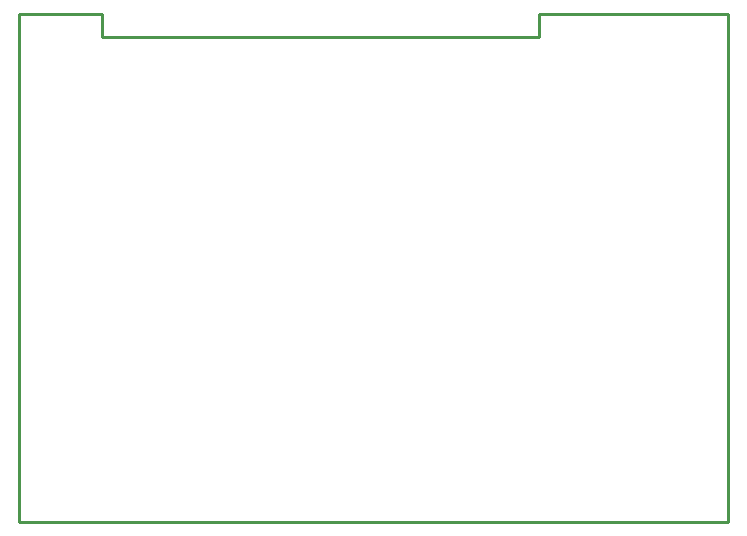
<source format=gko>
G04 EAGLE Gerber RS-274X export*
G75*
%MOMM*%
%FSLAX34Y34*%
%LPD*%
%IN*%
%IPPOS*%
%AMOC8*
5,1,8,0,0,1.08239X$1,22.5*%
G01*
%ADD10C,0.050000*%
%ADD11C,0.254000*%


D10*
X600000Y430000D02*
X600000Y0D01*
X0Y0D01*
X0Y430000D01*
X70000Y430000D01*
X70000Y410000D01*
X440000Y410000D01*
X440000Y430000D01*
X600000Y430000D01*
D11*
X0Y0D02*
X600000Y0D01*
X600000Y430000D01*
X440000Y430000D01*
X440000Y410000D01*
X70000Y410000D01*
X70000Y430000D01*
X0Y430000D01*
X0Y0D01*
M02*

</source>
